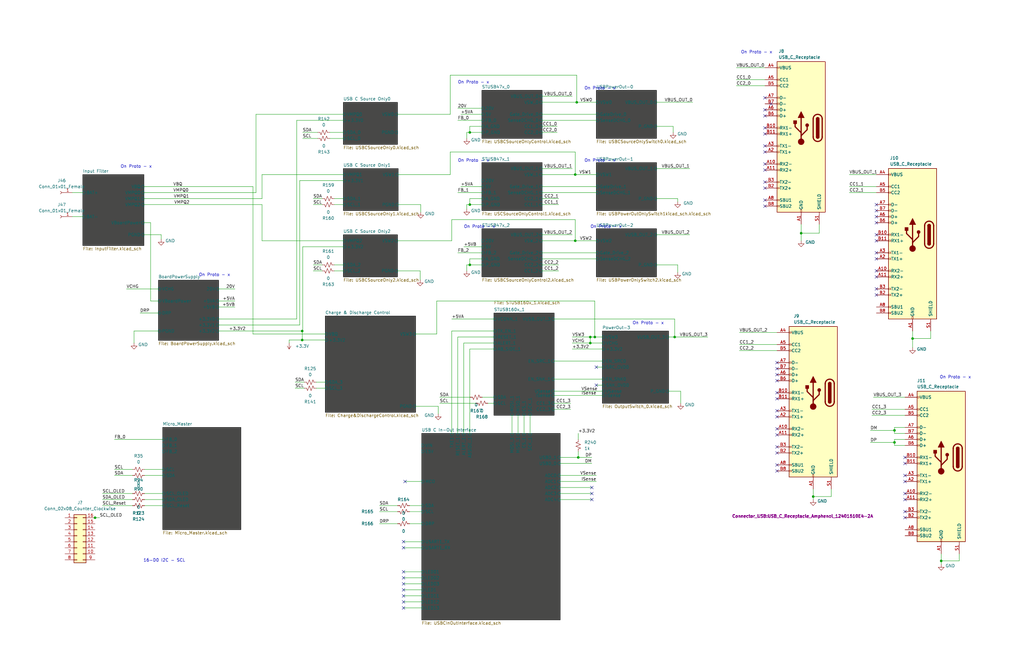
<source format=kicad_sch>
(kicad_sch (version 20211123) (generator eeschema)
  (paper "B")
  (title_block (title "SN-952-A, Charge & Discharge Control") (date "2023-06-28") (rev "PA"))
  (lib_symbols
    (symbol "Connector:Conn_01x01_Female" (pin_names (offset 1.016) hide)
      (property "Reference" "J" (at 0 2.54 0))
      (property "Value" "Conn_01x01_Female" (at 0 -2.54 0))
      (symbol "Conn_01x01_Female_1_1"
        (polyline (pts (xy -1.27 0) (xy -0.508 0)) (stroke (width 0.1524)))
        (arc (start 0 0.508) (mid -0.508 0) (end 0 -0.508) (stroke (width 0.1524)))
        (pin passive line (at -5.08 0 0) (length 3.81) (name "Pin_1") (number "1"))
      )
    )
    (symbol "Connector:USB_C_Receptacle" (pin_names (offset 1.016))
      (property "Reference" "J" (at -10.16 29.21 0))
      (property "Value" "USB_C_Receptacle" (at 10.16 29.21 0))
      (symbol "USB_C_Receptacle_0_0"
        (rectangle (start -0.254 -35.56) (end 0.254 -34.544))
        (rectangle (start 10.16 -32.766) (end 9.144 -33.274))
        (rectangle (start 10.16 -30.226) (end 9.144 -30.734))
        (rectangle (start 10.16 -25.146) (end 9.144 -25.654))
        (rectangle (start 10.16 -22.606) (end 9.144 -23.114))
        (rectangle (start 10.16 -17.526) (end 9.144 -18.034))
        (rectangle (start 10.16 -14.986) (end 9.144 -15.494))
        (rectangle (start 10.16 -9.906) (end 9.144 -10.414))
        (rectangle (start 10.16 -7.366) (end 9.144 -7.874))
        (rectangle (start 10.16 -2.286) (end 9.144 -2.794))
        (rectangle (start 10.16 0.254) (end 9.144 -0.254))
        (rectangle (start 10.16 5.334) (end 9.144 4.826))
        (rectangle (start 10.16 7.874) (end 9.144 7.366))
        (rectangle (start 10.16 10.414) (end 9.144 9.906))
        (rectangle (start 10.16 12.954) (end 9.144 12.446))
        (rectangle (start 10.16 18.034) (end 9.144 17.526))
        (rectangle (start 10.16 20.574) (end 9.144 20.066))
        (rectangle (start 10.16 25.654) (end 9.144 25.146))
      )
      (symbol "USB_C_Receptacle_0_1"
        (rectangle (start -10.16 27.94) (end 10.16 -35.56) (stroke (width 0.254)) (fill (type background)))
        (arc (start -8.89 -3.81) (mid -6.985 -5.715) (end -5.08 -3.81) (stroke (width 0.508)))
        (arc (start -7.62 -3.81) (mid -6.985 -4.445) (end -6.35 -3.81) (stroke (width 0.254)))
        (arc (start -7.62 -3.81) (mid -6.985 -4.445) (end -6.35 -3.81) (stroke (width 0.254)) (fill (type outline)))
        (rectangle (start -7.62 -3.81) (end -6.35 3.81) (stroke (width 0.254)) (fill (type outline)))
        (arc (start -6.35 3.81) (mid -6.985 4.445) (end -7.62 3.81) (stroke (width 0.254)))
        (arc (start -6.35 3.81) (mid -6.985 4.445) (end -7.62 3.81) (stroke (width 0.254)) (fill (type outline)))
        (arc (start -5.08 3.81) (mid -6.985 5.715) (end -8.89 3.81) (stroke (width 0.508)))
        (polyline (pts (xy -8.89 -3.81) (xy -8.89 3.81)) (stroke (width 0.508)))
        (polyline (pts (xy -5.08 3.81) (xy -5.08 -3.81)) (stroke (width 0.508)))
      )
      (symbol "USB_C_Receptacle_1_1"
        (circle (center -2.54 1.143) (radius 0.635) (stroke (width 0.254)) (fill (type outline)))
        (circle (center 0 -5.842) (radius 1.27) (fill (type outline)))
        (polyline (pts (xy 0 -5.842) (xy 0 4.318)) (stroke (width 0.508)))
        (polyline (pts (xy 0 -3.302) (xy -2.54 -0.762) (xy -2.54 0.508)) (stroke (width 0.508)))
        (polyline (pts (xy 0 -2.032) (xy 2.54 0.508) (xy 2.54 1.778)) (stroke (width 0.508)))
        (polyline (pts (xy -1.27 4.318) (xy 0 6.858) (xy 1.27 4.318) (xy -1.27 4.318)) (stroke (width 0.254)) (fill (type outline)))
        (rectangle (start 1.905 1.778) (end 3.175 3.048) (stroke (width 0.254)) (fill (type outline)))
        (pin passive line (at 0 -40.64 90) (length 5.08) (name "GND") (number "A1"))
        (pin bidirectional line (at 15.24 -15.24 180) (length 5.08) (name "RX2-") (number "A10"))
        (pin bidirectional line (at 15.24 -17.78 180) (length 5.08) (name "RX2+") (number "A11"))
        (pin passive line (at 0 -40.64 90) (length 5.08) hide (name "GND") (number "A12"))
        (pin bidirectional line (at 15.24 -10.16 180) (length 5.08) (name "TX1+") (number "A2"))
        (pin bidirectional line (at 15.24 -7.62 180) (length 5.08) (name "TX1-") (number "A3"))
        (pin passive line (at 15.24 25.4 180) (length 5.08) (name "VBUS") (number "A4"))
        (pin bidirectional line (at 15.24 20.32 180) (length 5.08) (name "CC1") (number "A5"))
        (pin bidirectional line (at 15.24 7.62 180) (length 5.08) (name "D+") (number "A6"))
        (pin bidirectional line (at 15.24 12.7 180) (length 5.08) (name "D-") (number "A7"))
        (pin bidirectional line (at 15.24 -30.48 180) (length 5.08) (name "SBU1") (number "A8"))
        (pin passive line (at 15.24 25.4 180) (length 5.08) hide (name "VBUS") (number "A9"))
        (pin passive line (at 0 -40.64 90) (length 5.08) hide (name "GND") (number "B1"))
        (pin bidirectional line (at 15.24 0 180) (length 5.08) (name "RX1-") (number "B10"))
        (pin bidirectional line (at 15.24 -2.54 180) (length 5.08) (name "RX1+") (number "B11"))
        (pin passive line (at 0 -40.64 90) (length 5.08) hide (name "GND") (number "B12"))
        (pin bidirectional line (at 15.24 -25.4 180) (length 5.08) (name "TX2+") (number "B2"))
        (pin bidirectional line (at 15.24 -22.86 180) (length 5.08) (name "TX2-") (number "B3"))
        (pin passive line (at 15.24 25.4 180) (length 5.08) hide (name "VBUS") (number "B4"))
        (pin bidirectional line (at 15.24 17.78 180) (length 5.08) (name "CC2") (number "B5"))
        (pin bidirectional line (at 15.24 5.08 180) (length 5.08) (name "D+") (number "B6"))
        (pin bidirectional line (at 15.24 10.16 180) (length 5.08) (name "D-") (number "B7"))
        (pin bidirectional line (at 15.24 -33.02 180) (length 5.08) (name "SBU2") (number "B8"))
        (pin passive line (at 15.24 25.4 180) (length 5.08) hide (name "VBUS") (number "B9"))
        (pin passive line (at -7.62 -40.64 90) (length 5.08) (name "SHIELD") (number "S1"))
      )
    )
    (symbol "Connector_Generic:Conn_02x08_Counter_Clockwise" (pin_names (offset 1.016) hide)
      (property "Reference" "J" (at 1.27 10.16 0))
      (property "Value" "Conn_02x08_Counter_Clockwise" (at 1.27 -12.7 0))
      (symbol "Conn_02x08_Counter_Clockwise_1_1"
        (rectangle (start -1.27 -10.033) (end 0 -10.287) (stroke (width 0.1524)))
        (rectangle (start -1.27 -7.493) (end 0 -7.747) (stroke (width 0.1524)))
        (rectangle (start -1.27 -4.953) (end 0 -5.207) (stroke (width 0.1524)))
        (rectangle (start -1.27 -2.413) (end 0 -2.667) (stroke (width 0.1524)))
        (rectangle (start -1.27 0.127) (end 0 -0.127) (stroke (width 0.1524)))
        (rectangle (start -1.27 2.667) (end 0 2.413) (stroke (width 0.1524)))
        (rectangle (start -1.27 5.207) (end 0 4.953) (stroke (width 0.1524)))
        (rectangle (start -1.27 7.747) (end 0 7.493) (stroke (width 0.1524)))
        (rectangle (start -1.27 8.89) (end 3.81 -11.43) (stroke (width 0.254)) (fill (type background)))
        (rectangle (start 3.81 -10.033) (end 2.54 -10.287) (stroke (width 0.1524)))
        (rectangle (start 3.81 -7.493) (end 2.54 -7.747) (stroke (width 0.1524)))
        (rectangle (start 3.81 -4.953) (end 2.54 -5.207) (stroke (width 0.1524)))
        (rectangle (start 3.81 -2.413) (end 2.54 -2.667) (stroke (width 0.1524)))
        (rectangle (start 3.81 0.127) (end 2.54 -0.127) (stroke (width 0.1524)))
        (rectangle (start 3.81 2.667) (end 2.54 2.413) (stroke (width 0.1524)))
        (rectangle (start 3.81 5.207) (end 2.54 4.953) (stroke (width 0.1524)))
        (rectangle (start 3.81 7.747) (end 2.54 7.493) (stroke (width 0.1524)))
        (pin passive line (at -5.08 7.62 0) (length 3.81) (name "Pin_1") (number "1"))
        (pin passive line (at 7.62 -7.62 180) (length 3.81) (name "Pin_10") (number "10"))
        (pin passive line (at 7.62 -5.08 180) (length 3.81) (name "Pin_11") (number "11"))
        (pin passive line (at 7.62 -2.54 180) (length 3.81) (name "Pin_12") (number "12"))
        (pin passive line (at 7.62 0 180) (length 3.81) (name "Pin_13") (number "13"))
        (pin passive line (at 7.62 2.54 180) (length 3.81) (name "Pin_14") (number "14"))
        (pin passive line (at 7.62 5.08 180) (length 3.81) (name "Pin_15") (number "15"))
        (pin passive line (at 7.62 7.62 180) (length 3.81) (name "Pin_16") (number "16"))
        (pin passive line (at -5.08 5.08 0) (length 3.81) (name "Pin_2") (number "2"))
        (pin passive line (at -5.08 2.54 0) (length 3.81) (name "Pin_3") (number "3"))
        (pin passive line (at -5.08 0 0) (length 3.81) (name "Pin_4") (number "4"))
        (pin passive line (at -5.08 -2.54 0) (length 3.81) (name "Pin_5") (number "5"))
        (pin passive line (at -5.08 -5.08 0) (length 3.81) (name "Pin_6") (number "6"))
        (pin passive line (at -5.08 -7.62 0) (length 3.81) (name "Pin_7") (number "7"))
        (pin passive line (at -5.08 -10.16 0) (length 3.81) (name "Pin_8") (number "8"))
        (pin passive line (at 7.62 -10.16 180) (length 3.81) (name "Pin_9") (number "9"))
      )
    )
    (symbol "Device:R_Small_US" (pin_numbers hide) (pin_names (offset 0.254) hide)
      (property "Reference" "R" (at 0.762 0.508 0))
      (property "Value" "R_Small_US" (at 0.762 -1.016 0))
      (symbol "R_Small_US_1_1"
        (polyline (pts (xy 0 0) (xy 1.016 -0.381) (xy 0 -0.762) (xy -1.016 -1.143) (xy 0 -1.524)))
        (polyline (pts (xy 0 1.524) (xy 1.016 1.143) (xy 0 0.762) (xy -1.016 0.381) (xy 0 0)))
        (pin passive line (at 0 2.54 270) (length 1.016) (name "~") (number "1"))
        (pin passive line (at 0 -2.54 90) (length 1.016) (name "~") (number "2"))
      )
    )
    (symbol "power:+3.3V" (power) (pin_names (offset 0))
      (property "Value" "+3.3V" (at 0 3.556 0))
      (symbol "+3.3V_0_1"
        (polyline (pts (xy -0.762 1.27) (xy 0 2.54)))
        (polyline (pts (xy 0 0) (xy 0 2.54)))
        (polyline (pts (xy 0 2.54) (xy 0.762 1.27)))
      )
      (symbol "+3.3V_1_1"
        (pin power_in line (at 0 0 90) (length 0) hide (name "+3.3V") (number "1"))
      )
    )
    (symbol "power:GND" (power) (pin_names (offset 0))
      (property "Value" "GND" (at 0 -3.81 0))
      (symbol "GND_0_1"
        (polyline (pts (xy 0 0) (xy 0 -1.27) (xy 1.27 -1.27) (xy 0 -2.54) (xy -1.27 -1.27) (xy 0 -1.27)))
      )
      (symbol "GND_1_1"
        (pin power_in line (at 0 0 270) (length 0) hide (name "GND") (number "1"))
      )
    )
  )
  (junction (at 40.0812 218.4654))
  (junction (at 243.205 43.18))
  (junction (at 284.48 142.24))
  (junction (at 243.84 193.04))
  (junction (at 127.4283 139.7))
  (junction (at 337.82 98.425))
  (junction (at 377.19 181.61))
  (junction (at 250.825 142.24))
  (junction (at 198.12 55.88))
  (junction (at 127.4283 143.51))
  (junction (at 198.12 86.36))
  (junction (at 248.92 142.24))
  (junction (at 242.57 73.66))
  (junction (at 242.57 101.6))
  (junction (at 377.19 186.69))
  (junction (at 384.81 142.875))
  (junction (at 198.12 111.76))
  (junction (at 396.875 236.7063))
  (junction (at 342.9 209.55))
  (junction (at 248.92 144.78))
  (no_connect (at 170.18 248.92))
  (no_connect (at 170.18 251.46))
  (no_connect (at 170.18 254))
  (no_connect (at 170.18 256.54))
  (no_connect (at 170.18 246.38))
  (no_connect (at 170.18 241.3))
  (no_connect (at 170.18 243.84))
  (no_connect (at 327.66 155.575))
  (no_connect (at 251.46 162.56))
  (no_connect (at 251.46 154.94))
  (no_connect (at 322.58 53.975))
  (no_connect (at 322.58 61.595))
  (no_connect (at 322.58 56.515))
  (no_connect (at 322.58 64.135))
  (no_connect (at 322.58 41.275))
  (no_connect (at 325.12 43.815))
  (no_connect (at 322.58 46.355))
  (no_connect (at 322.58 48.895))
  (no_connect (at 322.58 69.215))
  (no_connect (at 322.58 71.755))
  (no_connect (at 322.58 76.835))
  (no_connect (at 322.58 79.375))
  (no_connect (at 381.635 208.28))
  (no_connect (at 381.635 210.82))
  (no_connect (at 381.635 215.9))
  (no_connect (at 381.635 218.44))
  (no_connect (at 381.635 193.04))
  (no_connect (at 381.635 195.58))
  (no_connect (at 381.635 200.66))
  (no_connect (at 381.635 203.2))
  (no_connect (at 369.57 109.22))
  (no_connect (at 369.57 99.06))
  (no_connect (at 369.57 106.68))
  (no_connect (at 369.57 101.6))
  (no_connect (at 369.57 124.46))
  (no_connect (at 369.57 121.92))
  (no_connect (at 369.57 114.3))
  (no_connect (at 369.57 116.84))
  (no_connect (at 369.57 93.98))
  (no_connect (at 369.57 88.9))
  (no_connect (at 369.57 86.36))
  (no_connect (at 369.57 91.44))
  (no_connect (at 327.66 188.595))
  (no_connect (at 327.66 191.135))
  (no_connect (at 327.66 183.515))
  (no_connect (at 327.66 175.895))
  (no_connect (at 327.66 180.975))
  (no_connect (at 327.66 173.355))
  (no_connect (at 327.66 168.275))
  (no_connect (at 327.66 165.735))
  (no_connect (at 322.58 86.995))
  (no_connect (at 322.58 84.455))
  (no_connect (at 327.66 196.215))
  (no_connect (at 327.66 198.755))
  (no_connect (at 170.18 228.6))
  (no_connect (at 327.66 158.115))
  (no_connect (at 170.18 231.14))
  (no_connect (at 327.66 153.035))
  (no_connect (at 327.66 160.655))
  (no_connect (at 170.815 203.2))
  (no_connect (at 249.555 205.74))
  (no_connect (at 249.555 210.82))
  (no_connect (at 249.555 208.28))
  (wire (pts (xy 233.68 170.18) (xy 240.665 170.18)))
  (wire (pts (xy 381.635 187.96) (xy 377.19 187.96)))
  (wire (pts (xy 248.92 144.78) (xy 254 144.78)))
  (wire (pts (xy 248.92 142.24) (xy 250.825 142.24)))
  (wire (pts (xy 43.18 210.82) (xy 55.88 210.82)))
  (wire (pts (xy 127.635 58.42) (xy 134.021 58.42)))
  (wire (pts (xy 193.04 45.72) (xy 203.2 45.72)))
  (wire (pts (xy 233.68 172.72) (xy 240.665 172.72)))
  (wire (pts (xy 92.202 137.16) (xy 126.365 137.16)))
  (wire (pts (xy 170.18 251.46) (xy 177.8 251.46)))
  (wire (pts (xy 342.9 209.55) (xy 342.9 206.375)))
  (wire (pts (xy 139.065 55.88) (xy 144.78 55.88)))
  (wire (pts (xy 290.83 99.06) (xy 276.86 99.06)))
  (wire (pts (xy 198.12 55.88) (xy 196.85 55.88)))
  (wire (pts (xy 292.1 43.18) (xy 276.86 43.18)))
  (wire (pts (xy 392.43 142.875) (xy 384.81 142.875)))
  (wire (pts (xy 189.865 31.75) (xy 243.205 31.75)))
  (wire (pts (xy 170.18 248.92) (xy 177.8 248.92)))
  (wire (pts (xy 198.12 147.32) (xy 208.28 147.32)))
  (wire (pts (xy 228.6 109.22) (xy 251.46 109.22)))
  (wire (pts (xy 249.555 205.74) (xy 236.22 205.74)))
  (wire (pts (xy 189.865 64.135) (xy 242.57 64.135)))
  (wire (pts (xy 137.16 140.97) (xy 106.68 140.97)))
  (wire (pts (xy 60.706 93.98) (xy 63.5 93.98)))
  (wire (pts (xy 228.6 73.66) (xy 242.57 73.66)))
  (wire (pts (xy 367.665 172.72) (xy 381.635 172.72)))
  (wire (pts (xy 53.34 121.92) (xy 66.802 121.92)))
  (wire (pts (xy 110.49 73.66) (xy 110.49 83.82)))
  (wire (pts (xy 194.31 48.26) (xy 203.2 48.26)))
  (wire (pts (xy 203.2 55.88) (xy 198.12 55.88)))
  (wire (pts (xy 243.84 190.5) (xy 243.84 193.04)))
  (wire (pts (xy 284.48 142.24) (xy 284.48 134.62)))
  (wire (pts (xy 170.18 228.6) (xy 177.8 228.6)))
  (wire (pts (xy 350.52 206.375) (xy 350.52 209.55)))
  (wire (pts (xy 48.26 185.42) (xy 68.58 185.42)))
  (wire (pts (xy 276.86 111.76) (xy 285.75 111.76)))
  (wire (pts (xy 177.8 241.3) (xy 170.18 241.3)))
  (wire (pts (xy 125.095 50.8) (xy 125.095 134.62)))
  (wire (pts (xy 243.205 31.75) (xy 243.205 43.18)))
  (wire (pts (xy 137.16 143.51) (xy 127.4283 143.51)))
  (wire (pts (xy 342.9 210.82) (xy 342.9 209.55)))
  (wire (pts (xy 208.28 142.24) (xy 193.04 142.24)))
  (wire (pts (xy 63.5 127) (xy 66.802 127)))
  (wire (pts (xy 281.94 165.1) (xy 287.02 165.1)))
  (wire (pts (xy 106.68 78.74) (xy 60.706 78.74)))
  (wire (pts (xy 195.58 144.78) (xy 208.28 144.78)))
  (wire (pts (xy 285.75 111.76) (xy 285.75 114.935)))
  (wire (pts (xy 377.19 181.61) (xy 367.03 181.61)))
  (wire (pts (xy 228.6 101.6) (xy 242.57 101.6)))
  (wire (pts (xy 139.101 58.42) (xy 144.78 58.42)))
  (wire (pts (xy 190.5 92.71) (xy 242.57 92.71)))
  (wire (pts (xy 377.19 187.96) (xy 377.19 186.69)))
  (wire (pts (xy 251.46 154.94) (xy 254 154.94)))
  (wire (pts (xy 377.19 186.69) (xy 367.03 186.69)))
  (wire (pts (xy 284.48 134.62) (xy 233.68 134.62)))
  (wire (pts (xy 203.2 86.36) (xy 198.12 86.36)))
  (wire (pts (xy 170.18 246.38) (xy 177.8 246.38)))
  (wire (pts (xy 384.81 142.875) (xy 384.81 139.7)))
  (wire (pts (xy 228.6 81.28) (xy 251.46 81.28)))
  (wire (pts (xy 218.44 175.26) (xy 218.44 182.88)))
  (wire (pts (xy 250.825 142.24) (xy 254 142.24)))
  (wire (pts (xy 228.6 78.74) (xy 251.46 78.74)))
  (wire (pts (xy 110.49 101.6) (xy 144.78 101.6)))
  (wire (pts (xy 285.75 83.82) (xy 285.75 85.09)))
  (wire (pts (xy 228.6 48.26) (xy 251.46 48.26)))
  (wire (pts (xy 228.6 86.36) (xy 235.585 86.36)))
  (wire (pts (xy 311.785 147.955) (xy 327.66 147.955)))
  (wire (pts (xy 193.04 106.68) (xy 203.2 106.68)))
  (wire (pts (xy 132.08 86.36) (xy 135.89 86.36)))
  (wire (pts (xy 167.64 48.26) (xy 189.865 48.26)))
  (wire (pts (xy 236.22 195.58) (xy 249.555 195.58)))
  (wire (pts (xy 228.6 50.8) (xy 251.46 50.8)))
  (wire (pts (xy 228.6 99.06) (xy 241.3 99.06)))
  (wire (pts (xy 228.6 53.34) (xy 234.95 53.34)))
  (wire (pts (xy 133.35 163.83) (xy 137.16 163.83)))
  (wire (pts (xy 228.6 43.18) (xy 243.205 43.18)))
  (wire (pts (xy 121.92 143.51) (xy 127.4283 143.51)))
  (wire (pts (xy 384.81 146.685) (xy 384.81 142.875)))
  (wire (pts (xy 233.68 166.8588) (xy 254 166.8588)))
  (wire (pts (xy 350.52 209.55) (xy 342.9 209.55)))
  (wire (pts (xy 228.6 114.3) (xy 235.585 114.3)))
  (wire (pts (xy 381.635 185.42) (xy 377.19 185.42)))
  (wire (pts (xy 198.12 182.88) (xy 198.12 147.32)))
  (wire (pts (xy 127.4283 139.7) (xy 127.635 139.7)))
  (wire (pts (xy 196.85 111.76) (xy 196.85 114.3)))
  (wire (pts (xy 243.84 182.88) (xy 243.84 185.42)))
  (wire (pts (xy 233.68 152.4) (xy 254 152.4)))
  (wire (pts (xy 189.865 73.66) (xy 189.865 64.135)))
  (wire (pts (xy 177.165 114.3) (xy 177.165 118.11)))
  (wire (pts (xy 396.875 238.125) (xy 396.875 236.7063)))
  (wire (pts (xy 196.85 86.36) (xy 196.85 88.265)))
  (wire (pts (xy 367.665 175.26) (xy 381.635 175.26)))
  (wire (pts (xy 170.815 203.2) (xy 177.8 203.2)))
  (wire (pts (xy 107.95 48.26) (xy 144.78 48.26)))
  (wire (pts (xy 160.02 220.98) (xy 167.64 220.98)))
  (wire (pts (xy 251.46 162.56) (xy 254 162.56)))
  (wire (pts (xy 311.785 140.335) (xy 327.66 140.335)))
  (wire (pts (xy 177.419 86.36) (xy 177.419 89.535)))
  (wire (pts (xy 404.495 233.68) (xy 404.495 236.7063)))
  (wire (pts (xy 251.46 101.6) (xy 242.57 101.6)))
  (wire (pts (xy 140.97 83.82) (xy 144.78 83.82)))
  (wire (pts (xy 140.97 111.76) (xy 144.78 111.76)))
  (wire (pts (xy 144.78 104.14) (xy 127.635 104.14)))
  (wire (pts (xy 92.202 134.62) (xy 125.095 134.62)))
  (wire (pts (xy 126.365 76.2) (xy 144.78 76.2)))
  (wire (pts (xy 185.42 167.64) (xy 198.2577 167.64)))
  (wire (pts (xy 170.18 231.14) (xy 177.8 231.14)))
  (wire (pts (xy 133.35 161.29) (xy 137.16 161.29)))
  (wire (pts (xy 203.2 111.76) (xy 198.12 111.76)))
  (wire (pts (xy 106.68 140.97) (xy 106.68 78.74)))
  (wire (pts (xy 60.96 208.28) (xy 68.58 208.28)))
  (wire (pts (xy 248.92 144.78) (xy 248.92 142.24)))
  (wire (pts (xy 59.055 132.08) (xy 66.802 132.08)))
  (wire (pts (xy 310.515 36.195) (xy 322.58 36.195)))
  (wire (pts (xy 242.57 64.135) (xy 242.57 73.66)))
  (wire (pts (xy 43.18 213.36) (xy 55.88 213.36)))
  (wire (pts (xy 377.19 180.34) (xy 377.19 181.61)))
  (wire (pts (xy 198.12 111.76) (xy 196.85 111.76)))
  (wire (pts (xy 40.132 218.44) (xy 42.037 218.44)))
  (wire (pts (xy 167.894 86.36) (xy 177.419 86.36)))
  (wire (pts (xy 172.72 220.98) (xy 177.8 220.98)))
  (wire (pts (xy 358.14 81.28) (xy 369.57 81.28)))
  (wire (pts (xy 56.515 139.7) (xy 56.515 144.78)))
  (wire (pts (xy 223.52 175.26) (xy 223.52 182.88)))
  (wire (pts (xy 377.19 182.88) (xy 377.19 181.61)))
  (wire (pts (xy 281.94 142.24) (xy 284.48 142.24)))
  (wire (pts (xy 283.845 53.34) (xy 283.845 55.88)))
  (wire (pts (xy 228.6 40.64) (xy 241.3 40.64)))
  (wire (pts (xy 184.15 140.97) (xy 184.15 127)))
  (wire (pts (xy 233.68 165.1) (xy 254 165.1)))
  (wire (pts (xy 236.22 203.2) (xy 251.46 203.2)))
  (wire (pts (xy 60.96 198.12) (xy 68.58 198.12)))
  (wire (pts (xy 190.5 182.88) (xy 190.5 139.7)))
  (wire (pts (xy 60.96 200.66) (xy 68.58 200.66)))
  (wire (pts (xy 110.49 86.36) (xy 110.49 101.6)))
  (wire (pts (xy 276.86 83.82) (xy 285.75 83.82)))
  (wire (pts (xy 198.12 109.22) (xy 198.12 111.76)))
  (wire (pts (xy 66.802 139.7) (xy 56.515 139.7)))
  (wire (pts (xy 228.6 71.12) (xy 241.3 71.12)))
  (wire (pts (xy 198.12 53.34) (xy 198.12 55.88)))
  (wire (pts (xy 135.89 83.82) (xy 132.08 83.82)))
  (wire (pts (xy 242.57 73.66) (xy 251.46 73.66)))
  (wire (pts (xy 128.27 161.29) (xy 124.46 161.29)))
  (wire (pts (xy 358.14 73.66) (xy 369.57 73.66)))
  (wire (pts (xy 228.6 106.68) (xy 251.46 106.68)))
  (wire (pts (xy 233.68 160.02) (xy 254 160.02)))
  (wire (pts (xy 160.02 213.36) (xy 167.64 213.36)))
  (wire (pts (xy 345.44 98.425) (xy 337.82 98.425)))
  (wire (pts (xy 241.3 142.24) (xy 248.92 142.24)))
  (wire (pts (xy 228.6 55.88) (xy 234.95 55.88)))
  (wire (pts (xy 184.785 171.45) (xy 184.785 174.625)))
  (wire (pts (xy 287.02 165.1) (xy 287.02 170.18)))
  (wire (pts (xy 170.18 243.84) (xy 177.8 243.84)))
  (wire (pts (xy 30.48 81.28) (xy 34.925 81.28)))
  (wire (pts (xy 175.26 171.45) (xy 184.785 171.45)))
  (wire (pts (xy 172.72 215.9) (xy 177.8 215.9)))
  (wire (pts (xy 404.495 236.7063) (xy 396.875 236.7063)))
  (wire (pts (xy 249.555 208.28) (xy 236.22 208.28)))
  (wire (pts (xy 194.31 78.74) (xy 203.2 78.74)))
  (wire (pts (xy 144.78 50.8) (xy 125.095 50.8)))
  (wire (pts (xy 189.865 48.26) (xy 189.865 31.75)))
  (wire (pts (xy 60.706 86.36) (xy 110.49 86.36)))
  (wire (pts (xy 203.3377 167.64) (xy 208.28 167.64)))
  (wire (pts (xy 195.58 182.88) (xy 195.58 144.78)))
  (wire (pts (xy 167.894 73.66) (xy 189.865 73.66)))
  (wire (pts (xy 60.96 213.36) (xy 68.58 213.36)))
  (wire (pts (xy 127.635 55.88) (xy 133.985 55.88)))
  (wire (pts (xy 110.49 83.82) (xy 60.706 83.82)))
  (wire (pts (xy 92.202 127) (xy 99.06 127)))
  (wire (pts (xy 167.64 101.6) (xy 190.5 101.6)))
  (wire (pts (xy 396.875 236.7063) (xy 396.875 233.68)))
  (wire (pts (xy 381.635 180.34) (xy 377.19 180.34)))
  (wire (pts (xy 193.04 142.24) (xy 193.04 182.88)))
  (wire (pts (xy 242.57 92.71) (xy 242.57 101.6)))
  (wire (pts (xy 205.74 170.18) (xy 208.28 170.18)))
  (wire (pts (xy 63.5 93.98) (xy 63.5 127)))
  (wire (pts (xy 92.202 129.54) (xy 99.06 129.54)))
  (wire (pts (xy 132.08 114.3) (xy 135.89 114.3)))
  (wire (pts (xy 290.83 71.12) (xy 276.86 71.12)))
  (wire (pts (xy 144.78 73.66) (xy 110.49 73.66)))
  (wire (pts (xy 377.19 185.42) (xy 377.19 186.69)))
  (wire (pts (xy 310.515 33.655) (xy 322.58 33.655)))
  (wire (pts (xy 48.26 198.12) (xy 55.88 198.12)))
  (wire (pts (xy 190.5 139.7) (xy 208.28 139.7)))
  (wire (pts (xy 228.6 111.76) (xy 235.585 111.76)))
  (wire (pts (xy 124.46 163.83) (xy 128.27 163.83)))
  (wire (pts (xy 215.9 175.26) (xy 215.9 182.88)))
  (wire (pts (xy 236.22 193.04) (xy 243.84 193.04)))
  (wire (pts (xy 126.365 137.16) (xy 126.365 76.2)))
  (wire (pts (xy 196.85 55.88) (xy 196.85 58.42)))
  (wire (pts (xy 170.18 254) (xy 177.8 254)))
  (wire (pts (xy 127.635 104.14) (xy 127.635 139.7)))
  (wire (pts (xy 172.72 213.36) (xy 177.8 213.36)))
  (wire (pts (xy 311.785 145.415) (xy 327.66 145.415)))
  (wire (pts (xy 92.202 121.92) (xy 99.06 121.92)))
  (wire (pts (xy 236.22 200.66) (xy 251.46 200.66)))
  (wire (pts (xy 358.14 78.74) (xy 369.57 78.74)))
  (wire (pts (xy 43.18 208.28) (xy 55.88 208.28)))
  (wire (pts (xy 203.2 53.34) (xy 198.12 53.34)))
  (wire (pts (xy 60.706 81.28) (xy 107.95 81.28)))
  (wire (pts (xy 184.15 127) (xy 250.825 127)))
  (wire (pts (xy 198.12 83.82) (xy 198.12 86.36)))
  (wire (pts (xy 392.43 139.7) (xy 392.43 142.875)))
  (wire (pts (xy 135.89 111.76) (xy 132.08 111.76)))
  (wire (pts (xy 48.26 200.66) (xy 55.88 200.66)))
  (wire (pts (xy 284.48 142.24) (xy 298.45 142.24)))
  (wire (pts (xy 167.64 114.3) (xy 177.165 114.3)))
  (wire (pts (xy 67.945 99.06) (xy 67.945 100.965)))
  (wire (pts (xy 140.97 86.36) (xy 144.78 86.36)))
  (wire (pts (xy 127.4283 143.51) (xy 127.4283 139.7)))
  (wire (pts (xy 250.825 127) (xy 250.825 142.24)))
  (wire (pts (xy 160.02 215.9) (xy 167.64 215.9)))
  (wire (pts (xy 248.92 144.78) (xy 241.3 144.78)))
  (wire (pts (xy 243.205 43.18) (xy 251.46 43.18)))
  (wire (pts (xy 193.04 81.28) (xy 203.2 81.28)))
  (wire (pts (xy 368.3 167.64) (xy 381.635 167.64)))
  (wire (pts (xy 249.555 210.82) (xy 236.22 210.82)))
  (wire (pts (xy 337.82 101.6) (xy 337.82 98.425)))
  (wire (pts (xy 190.5 101.6) (xy 190.5 92.71)))
  (wire (pts (xy 185.42 170.18) (xy 200.66 170.18)))
  (wire (pts (xy 220.98 175.26) (xy 220.98 182.88)))
  (wire (pts (xy 337.82 98.425) (xy 337.82 94.615)))
  (wire (pts (xy 276.86 53.34) (xy 283.845 53.34)))
  (wire (pts (xy 193.04 50.8) (xy 203.2 50.8)))
  (wire (pts (xy 30.48 91.44) (xy 34.925 91.44)))
  (wire (pts (xy 140.97 114.3) (xy 144.78 114.3)))
  (wire (pts (xy 107.95 81.28) (xy 107.95 48.26)))
  (wire (pts (xy 241.3 147.32) (xy 254 147.32)))
  (wire (pts (xy 198.12 86.36) (xy 196.85 86.36)))
  (wire (pts (xy 203.2 83.82) (xy 198.12 83.82)))
  (wire (pts (xy 228.6 83.82) (xy 235.585 83.82)))
  (wire (pts (xy 310.515 28.575) (xy 322.58 28.575)))
  (wire (pts (xy 60.96 210.82) (xy 68.58 210.82)))
  (wire (pts (xy 177.8 256.54) (xy 170.18 256.54)))
  (wire (pts (xy 190.5 134.62) (xy 208.28 134.62)))
  (wire (pts (xy 345.44 94.615) (xy 345.44 98.425)))
  (wire (pts (xy 60.706 99.06) (xy 67.945 99.06)))
  (wire (pts (xy 203.2 109.22) (xy 198.12 109.22)))
  (wire (pts (xy 92.202 139.7) (xy 127.4283 139.7)))
  (wire (pts (xy 175.26 140.97) (xy 184.15 140.97)))
  (wire (pts (xy 243.84 193.04) (xy 249.555 193.04)))
  (wire (pts (xy 381.635 182.88) (xy 377.19 182.88)))
  (wire (pts (xy 121.92 144.78) (xy 121.92 143.51)))
  (wire (pts (xy 195.58 104.14) (xy 203.2 104.14)))
  (text "On Proto - x\n" (at 193.04 35.56 0) (effects (font (size 1.27 1.27)) (justify left bottom)))
  (text "On Proto - x\n" (at 248.92 96.52 0) (effects (font (size 1.27 1.27)) (justify left bottom)))
  (text "On Proto - x\n" (at 83.82 116.84 0) (effects (font (size 1.27 1.27)) (justify left bottom)))
  (text "On Proto - x\n" (at 246.38 68.58 0) (effects (font (size 1.27 1.27)) (justify left bottom)))
  (text "On Proto - x\n" (at 193.04 68.58 0) (effects (font (size 1.27 1.27)) (justify left bottom)))
  (text "On Proto - x\n" (at 195.58 96.52 0) (effects (font (size 1.27 1.27)) (justify left bottom)))
  (text "On Proto - x\n" (at 50.8 71.12 0) (effects (font (size 1.27 1.27)) (justify left bottom)))
  (text "On Proto - x\n" (at 266.7 137.16 0) (effects (font (size 1.27 1.27)) (justify left bottom)))
  (text "On Proto - x\n" (at 246.38 38.1 0) (effects (font (size 1.27 1.27)) (justify left bottom)))
  (text "On Proto - x\n" (at 312.42 22.86 0) (effects (font (size 1.27 1.27)) (justify left bottom)))
  (text "On Proto - x\n" (at 396.24 160.02 0) (effects (font (size 1.27 1.27)) (justify left bottom)))
  (text "16-D0 I2C - SCL" (at 60.4266 237.3376 0) (effects (font (size 1.27 1.27)) (justify left bottom)))
  (label "CC1_1" (at 358.14 78.74 0))
  (label "VMPQ1" (at 73.2283 83.82 0))
  (label "VCHG" (at 53.34 121.92 0))
  (label "VCHG" (at 241.3 144.78 0))
  (label "ISense" (at 251.46 203.2 180))
  (label "CC2_3" (at 240.665 172.72 180))
  (label "VSW1" (at 244.2136 73.66 0))
  (label "SCL" (at 48.26 198.12 0))
  (label "CC2_2" (at 311.785 147.955 0))
  (label "VSW2" (at 244.475 101.6 0))
  (label "ISense" (at 245.11 166.8588 0))
  (label "DP" (at 249.555 193.04 180))
  (label "SDA" (at 185.42 167.64 0))
  (label "CC1_0" (at 310.515 33.655 0))
  (label "VSense" (at 245.11 165.1 0))
  (label "VBUS_OUT_2" (at 241.3 99.06 180))
  (label "SDA" (at 48.26 200.66 0))
  (label "CC1_2" (at 311.785 145.415 0))
  (label "VBQ" (at 73.025 78.74 0))
  (label "CC1_0" (at 234.95 53.34 180))
  (label "VSW0" (at 244.6184 43.18 0))
  (label "SCL" (at 132.08 114.3 0))
  (label "DRP" (at 160.02 220.98 0))
  (label "+5VA" (at 99.06 127 180))
  (label "FB_0" (at 48.26 185.42 0))
  (label "DRP" (at 59.055 132.08 0))
  (label "SCL" (at 185.42 170.18 0))
  (label "CC2_0" (at 234.95 55.88 180))
  (label "SCL" (at 132.08 86.36 0))
  (label "CC2_1" (at 235.585 83.82 180))
  (label "+3.3V2" (at 96.52 139.7 0))
  (label "VBUS_OUT_1" (at 358.14 73.66 0))
  (label "CC2_0" (at 310.515 36.195 0))
  (label "CC1_3" (at 367.665 172.72 0))
  (label "VMPQ2" (at 73.4202 86.36 0))
  (label "+5VB" (at 195.58 104.14 0))
  (label "VBUS_OUT_2" (at 290.83 99.06 180))
  (label "VBUS_OUT_1" (at 290.83 71.12 180))
  (label "VSW3" (at 241.3 142.24 0))
  (label "SDA_OLED" (at 43.18 210.82 0))
  (label "VBUS_OUT_3" (at 298.45 142.24 180))
  (label "CC2_2" (at 235.585 111.76 180))
  (label "+3.3V2" (at 241.3 147.32 0))
  (label "VBUS_OUT_0" (at 310.515 28.575 0))
  (label "VBUS_OUT_3" (at 368.3 167.64 0))
  (label "SCL" (at 160.02 215.9 0))
  (label "DM" (at 249.555 195.58 180))
  (label "SDA" (at 132.08 111.76 0))
  (label "FB_0" (at 193.04 50.8 0))
  (label "SCL_OLED" (at 43.18 208.28 0))
  (label "CC2_1" (at 358.14 81.28 0))
  (label "DP" (at 367.03 186.69 0))
  (label "SDA" (at 160.02 213.36 0))
  (label "VSense" (at 251.46 200.66 180))
  (label "FB_1" (at 193.04 81.28 0))
  (label "VBUS_OUT_2" (at 311.785 140.335 0))
  (label "+3.3V2" (at 243.84 182.88 0))
  (label "DM" (at 367.03 181.61 0))
  (label "VBUS_OUT_1" (at 241.3 71.12 180))
  (label "SCL_OLED" (at 42.037 218.44 0))
  (label "VBUS_OUT_0" (at 241.3 40.64 180))
  (label "SCL_Reset" (at 43.18 213.36 0))
  (label "SCL" (at 124.46 163.83 0))
  (label "SCL" (at 127.635 58.42 0))
  (label "FB_2" (at 193.04 106.68 0))
  (label "SDA" (at 127.635 55.88 0))
  (label "SDA" (at 132.08 83.82 0))
  (label "CC1_2" (at 235.585 114.3 180))
  (label "CC1_3" (at 240.665 170.18 180))
  (label "20V" (at 99.06 121.92 180))
  (label "20V" (at 193.04 45.72 0))
  (label "+5VA" (at 194.31 78.74 0))
  (label "+5VA" (at 194.31 48.26 0))
  (label "+5VA" (at 190.5 134.62 0))
  (label "CC1_1" (at 235.585 86.36 180))
  (label "VBUS_OUT_0" (at 292.1 43.18 180))
  (label "+5VB" (at 99.06 129.54 180))
  (label "VMPQ0" (at 73.025 81.28 0))
  (label "CC2_3" (at 367.665 175.26 0))
  (label "SDA" (at 124.46 161.29 0))
  (symbol (lib_id "Device:R_Small_US") (at 58.42 208.28 90) (unit 1)
    (property "Reference" "R94" (at 58.42 202.565 90))
    (property "Value" "0" (at 58.42 205.105 90))
    (property "Footprint" "Resistor_SMD:R_0402_1005Metric" (effects hide))
    (property "MANUFACTURER" "YAGEO" (effects hide))
    (property "Part Name" "RC0402JR-130RL" (effects hide))
  )
  (symbol (lib_id "Device:R_Small_US") (at 136.525 55.88 270) (mirror x) (unit 1)
    (property "Reference" "R142" (at 136.525 50.165 90))
    (property "Value" "0" (at 136.525 52.705 90))
    (property "Footprint" "Resistor_SMD:R_0402_1005Metric" (effects hide))
    (property "MANUFACTURER" "YAGEO" (effects hide))
    (property "Part Name" "RC0402JR-130RL" (effects hide))
  )
  (symbol (lib_id "Device:R_Small_US") (at 200.7977 167.64 90) (mirror x) (unit 1)
    (property "Reference" "R167" (at 200.7977 173.355 90))
    (property "Value" "0" (at 200.7977 170.815 90))
    (property "Footprint" "Resistor_SMD:R_0402_1005Metric" (effects hide))
    (property "MANUFACTURER" "YAGEO" (effects hide))
    (property "Part Name" "RC0402JR-130RL" (effects hide))
  )
  (symbol (lib_id "Connector:Conn_01x01_Female") (at 25.4 81.28 0) (mirror y) (unit 1)
    (property "Reference" "J46" (at 26.035 76.2 0))
    (property "Value" "Conn_01x01_Female" (at 26.035 78.74 0))
    (property "Footprint" "TerminalBlock_Wuerth:7461106_WuerthTB" (effects hide))
  )
  (symbol (lib_id "Connector_Generic:Conn_02x08_Counter_Clockwise") (at 32.4612 226.0854 0) (unit 1)
    (property "Reference" "J?" (at 33.7312 212.1154 0))
    (property "Value" "Conn_02x08_Counter_Clockwise" (at 33.7312 214.6554 0))
    (property "Footprint" "Connector_Samtec:Samtec_FMC_ASP-134602-01_10x40_P1.27mm_Vertical" (effects hide))
  )
  (symbol (lib_id "Device:R_Small_US") (at 138.43 111.76 270) (mirror x) (unit 1)
    (property "Reference" "R161" (at 138.43 106.045 90))
    (property "Value" "0" (at 138.43 108.585 90))
    (property "Footprint" "Resistor_SMD:R_0402_1005Metric" (effects hide))
    (property "MANUFACTURER" "YAGEO" (effects hide))
    (property "Part Name" "RC0402JR-130RL" (effects hide))
  )
  (symbol (lib_id "power:GND") (at 384.81 146.685 0) (unit 1)
    (property "Reference" "#PWR0134" (effects hide))
    (property "Value" "GND" (at 388.62 147.32 0))
  )
  (symbol (lib_id "power:GND") (at 67.945 100.965 0) (unit 1)
    (property "Reference" "#PWR0175" (effects hide))
    (property "Value" "GND" (at 71.755 101.6 0))
  )
  (symbol (lib_id "power:GND") (at 285.75 85.09 0) (unit 1)
    (property "Reference" "#PWR0150" (effects hide))
    (property "Value" "GND" (at 290.195 85.725 0))
  )
  (symbol (lib_id "Device:R_Small_US") (at 130.81 161.29 270) (mirror x) (unit 1)
    (property "Reference" "R125" (at 130.81 155.575 90))
    (property "Value" "0" (at 130.81 158.115 90))
    (property "Footprint" "Resistor_SMD:R_0402_1005Metric" (effects hide))
    (property "MANUFACTURER" "YAGEO" (effects hide))
    (property "Part Name" "RC0402JR-130RL" (effects hide))
  )
  (symbol (lib_id "power:GND") (at 177.165 118.11 0) (unit 1)
    (property "Reference" "#PWR0218" (effects hide))
    (property "Value" "GND" (at 180.975 118.745 0))
  )
  (symbol (lib_id "Connector:USB_C_Receptacle") (at 342.9 165.735 0) (mirror y) (unit 1)
    (property "Reference" "J9" (at 334.645 133.35 0) (effects (justify right)))
    (property "Value" "USB_C_Receptacle" (at 334.645 135.89 0) (effects (justify right)))
    (property "Footprint" "Connector_USB:USB_C_Receptacle_Amphenol_12401610E4-2A" (at 338.455 217.805 0))
    (property "Datasheet" "https://www.usb.org/sites/default/files/documents/usb_type-c.zip" (effects hide))
  )
  (symbol (lib_id "power:GND") (at 283.845 55.88 0) (unit 1)
    (property "Reference" "#PWR0162" (effects hide))
    (property "Value" "GND" (at 287.655 56.515 0))
  )
  (symbol (lib_id "Device:R_Small_US") (at 136.561 58.42 90) (mirror x) (unit 1)
    (property "Reference" "R143" (at 136.561 64.135 90))
    (property "Value" "0" (at 136.561 61.595 90))
    (property "Footprint" "Resistor_SMD:R_0402_1005Metric" (effects hide))
    (property "MANUFACTURER" "YAGEO" (effects hide))
    (property "Part Name" "RC0402JR-130RL" (effects hide))
  )
  (symbol (lib_id "Connector:USB_C_Receptacle") (at 337.82 53.975 0) (mirror y) (unit 1)
    (property "Reference" "J8" (at 328.295 21.59 0) (effects (justify right)))
    (property "Value" "USB_C_Receptacle" (at 328.295 24.13 0) (effects (justify right)))
    (property "Footprint" "Connector_USB:USB_C_Receptacle_Amphenol_12401610E4-2A" (at 338.455 217.805 0))
    (property "Datasheet" "https://www.usb.org/sites/default/files/documents/usb_type-c.zip" (effects hide))
  )
  (symbol (lib_id "Device:R_Small_US") (at 170.18 215.9 90) (mirror x) (unit 1)
    (property "Reference" "R165" (at 154.94 215.9 90))
    (property "Value" "0" (at 170.18 219.075 90))
    (property "Footprint" "Resistor_SMD:R_0402_1005Metric" (effects hide))
    (property "MANUFACTURER" "YAGEO" (effects hide))
    (property "Part Name" "RC0402JR-130RL" (effects hide))
  )
  (symbol (lib_id "power:GND") (at 184.785 174.625 0) (mirror y) (unit 1)
    (property "Reference" "#PWR0219" (effects hide))
    (property "Value" "GND" (at 180.975 175.26 0))
  )
  (symbol (lib_id "Device:R_Small_US") (at 203.2 170.18 90) (mirror x) (unit 1)
    (property "Reference" "R168" (at 203.2 175.895 90))
    (property "Value" "0" (at 203.2 173.355 90))
    (property "Footprint" "Resistor_SMD:R_0402_1005Metric" (effects hide))
    (property "MANUFACTURER" "YAGEO" (effects hide))
    (property "Part Name" "RC0402JR-130RL" (effects hide))
  )
  (symbol (lib_id "Device:R_Small_US") (at 58.42 213.36 270) (unit 1)
    (property "Reference" "R124" (at 58.42 219.075 90))
    (property "Value" "0" (at 58.42 216.535 90))
    (property "Footprint" "Resistor_SMD:R_0402_1005Metric" (effects hide))
    (property "MANUFACTURER" "YAGEO" (effects hide))
    (property "Part Name" "RC0402JR-130RL" (effects hide))
  )
  (symbol (lib_id "Connector:USB_C_Receptacle") (at 384.81 99.06 0) (mirror y) (unit 1)
    (property "Reference" "J10" (at 375.285 66.675 0) (effects (justify right)))
    (property "Value" "USB_C_Receptacle" (at 375.285 69.215 0) (effects (justify right)))
    (property "Footprint" "Connector_USB:USB_C_Receptacle_Amphenol_12401610E4-2A" (at 338.455 217.805 0))
    (property "Datasheet" "https://www.usb.org/sites/default/files/documents/usb_type-c.zip" (effects hide))
  )
  (symbol (lib_id "Device:R_Small_US") (at 243.84 187.96 0) (mirror y) (unit 1)
    (property "Reference" "R240" (at 246.38 186.6899 0) (effects (justify right)))
    (property "Value" "1k" (at 246.38 189.2299 0) (effects (justify right)))
    (property "Footprint" "Resistor_SMD:R_0402_1005Metric" (effects hide))
    (property "part name" "RC0603JR-071KL" (effects hide))
    (property "MANUFACTURER" "YAGEO" (effects hide))
    (property "MANUFACTURER PARTNO" "RC0402JR-071KL" (effects hide))
    (property "Part Name" "RC0402FR-071KL" (effects hide))
  )
  (symbol (lib_id "power:GND") (at 396.875 238.125 0) (unit 1)
    (property "Reference" "#PWR0135" (effects hide))
    (property "Value" "GND" (at 400.685 238.76 0))
  )
  (symbol (lib_id "Connector:USB_C_Receptacle") (at 396.875 193.04 0) (mirror y) (unit 1)
    (property "Reference" "J11" (at 386.715 160.655 0) (effects (justify right)))
    (property "Value" "USB_C_Receptacle" (at 386.715 163.195 0) (effects (justify right)))
    (property "Footprint" "Connector_USB:USB_C_Receptacle_Amphenol_12401610E4-2A" (at 338.455 217.805 0))
    (property "Datasheet" "https://www.usb.org/sites/default/files/documents/usb_type-c.zip" (effects hide))
  )
  (symbol (lib_id "Device:R_Small_US") (at 58.42 210.82 270) (unit 1)
    (property "Reference" "R123" (at 58.42 216.535 90))
    (property "Value" "0" (at 58.42 213.995 90))
    (property "Footprint" "Resistor_SMD:R_0402_1005Metric" (effects hide))
    (property "MANUFACTURER" "YAGEO" (effects hide))
    (property "Part Name" "RC0402JR-130RL" (effects hide))
  )
  (symbol (lib_id "Device:R_Small_US") (at 138.43 114.3 90) (mirror x) (unit 1)
    (property "Reference" "R163" (at 138.43 120.015 90))
    (property "Value" "0" (at 138.43 117.475 90))
    (property "Footprint" "Resistor_SMD:R_0402_1005Metric" (effects hide))
    (property "MANUFACTURER" "YAGEO" (effects hide))
    (property "Part Name" "RC0402JR-130RL" (effects hide))
  )
  (symbol (lib_id "power:GND") (at 196.85 114.3 0) (unit 1)
    (property "Reference" "#PWR0171" (effects hide))
    (property "Value" "GND" (at 200.66 114.935 0))
  )
  (symbol (lib_id "Device:R_Small_US") (at 170.18 220.98 90) (mirror x) (unit 1)
    (property "Reference" "R166" (at 154.94 220.98 90))
    (property "Value" "0" (at 170.18 224.155 90))
    (property "Footprint" "Resistor_SMD:R_0402_1005Metric" (effects hide))
    (property "MANUFACTURER" "YAGEO" (effects hide))
    (property "Part Name" "RC0402JR-130RL" (effects hide))
  )
  (symbol (lib_id "Device:R_Small_US") (at 138.43 83.82 270) (mirror x) (unit 1)
    (property "Reference" "R159" (at 138.43 78.105 90))
    (property "Value" "0" (at 138.43 80.645 90))
    (property "Footprint" "Resistor_SMD:R_0402_1005Metric" (effects hide))
    (property "MANUFACTURER" "YAGEO" (effects hide))
    (property "Part Name" "RC0402JR-130RL" (effects hide))
  )
  (symbol (lib_id "Device:R_Small_US") (at 130.81 163.83 90) (mirror x) (unit 1)
    (property "Reference" "R141" (at 130.81 169.545 90))
    (property "Value" "0" (at 130.81 167.005 90))
    (property "Footprint" "Resistor_SMD:R_0402_1005Metric" (effects hide))
    (property "MANUFACTURER" "YAGEO" (effects hide))
    (property "Part Name" "RC0402JR-130RL" (effects hide))
  )
  (symbol (lib_id "Device:R_Small_US") (at 138.43 86.36 90) (mirror x) (unit 1)
    (property "Reference" "R160" (at 138.43 92.075 90))
    (property "Value" "0" (at 138.43 89.535 90))
    (property "Footprint" "Resistor_SMD:R_0402_1005Metric" (effects hide))
    (property "MANUFACTURER" "YAGEO" (effects hide))
    (property "Part Name" "RC0402JR-130RL" (effects hide))
  )
  (symbol (lib_id "power:GND") (at 56.515 144.78 0) (unit 1)
    (property "Reference" "#PWR0183" (effects hide))
    (property "Value" "GND" (at 60.325 145.415 0))
  )
  (symbol (lib_id "power:GND") (at 177.419 89.535 0) (unit 1)
    (property "Reference" "#PWR0216" (effects hide))
    (property "Value" "GND" (at 181.229 90.17 0))
  )
  (symbol (lib_id "Device:R_Small_US") (at 58.42 200.66 270) (unit 1)
    (property "Reference" "R90" (at 58.42 206.375 90))
    (property "Value" "0" (at 58.42 203.835 90))
    (property "Footprint" "Resistor_SMD:R_0402_1005Metric" (effects hide))
    (property "MANUFACTURER" "YAGEO" (effects hide))
    (property "Part Name" "RC0402JR-130RL" (effects hide))
  )
  (symbol (lib_id "power:GND") (at 342.9 210.82 0) (unit 1)
    (property "Reference" "#PWR0143" (effects hide))
    (property "Value" "GND" (at 346.71 211.455 0))
  )
  (symbol (lib_id "power:+3.3V") (at 121.92 144.78 180) (unit 1)
    (property "Reference" "#PWR0337" (effects hide))
    (property "Value" "+3.3V" (at 124.46 146.0499 0) (effects (justify right)))
  )
  (symbol (lib_id "power:GND") (at 196.85 88.265 0) (unit 1)
    (property "Reference" "#PWR0215" (effects hide))
    (property "Value" "GND" (at 200.66 88.9 0))
  )
  (symbol (lib_id "Device:R_Small_US") (at 170.18 213.36 90) (mirror x) (unit 1)
    (property "Reference" "R164" (at 170.18 210.82 90))
    (property "Value" "0" (at 170.18 216.535 90))
    (property "Footprint" "Resistor_SMD:R_0402_1005Metric" (effects hide))
    (property "MANUFACTURER" "YAGEO" (effects hide))
    (property "Part Name" "RC0402JR-130RL" (effects hide))
  )
  (symbol (lib_id "power:GND") (at 285.75 114.935 0) (unit 1)
    (property "Reference" "#PWR0144" (effects hide))
    (property "Value" "GND" (at 289.56 115.57 0))
  )
  (symbol (lib_id "power:GND") (at 287.02 170.18 0) (unit 1)
    (property "Reference" "#PWR0148" (effects hide))
    (property "Value" "GND" (at 290.83 170.815 0))
  )
  (symbol (lib_id "Device:R_Small_US") (at 58.42 198.12 90) (unit 1)
    (property "Reference" "R35" (at 58.42 192.405 90))
    (property "Value" "0" (at 58.42 194.945 90))
    (property "Footprint" "Resistor_SMD:R_0402_1005Metric" (effects hide))
    (property "MANUFACTURER" "YAGEO" (effects hide))
    (property "Part Name" "RC0402JR-130RL" (effects hide))
  )
  (symbol (lib_id "power:GND") (at 196.85 58.42 0) (unit 1)
    (property "Reference" "#PWR0172" (effects hide))
    (property "Value" "GND" (at 200.66 59.055 0))
  )
  (symbol (lib_id "Connector:Conn_01x01_Female") (at 25.4 91.44 0) (mirror y) (unit 1)
    (property "Reference" "J47" (at 26.035 86.36 0))
    (property "Value" "Conn_01x01_Female" (at 26.035 88.9 0))
    (property "Footprint" "TerminalBlock_Wuerth:7461106_WuerthTB" (effects hide))
  )
  (symbol (lib_id "power:GND") (at 337.82 101.6 0) (unit 1)
    (property "Reference" "#PWR0149" (effects hide))
    (property "Value" "GND" (at 341.63 102.235 0))
  )
  (sheet (at 66.802 118.237) (size 25.4 25.4) (stroke (width 0.1524) (color 0 0 0 1)) (fill (color 72 72 71 1.0000))
    (property "Sheet name" "BoardPowerSupply" (at 66.802 117.5254 0) (effects (justify left bottom)))
    (property "Sheet file" "BoardPowerSupply.kicad_sch" (at 66.802 144.2216 0) (effects (justify left top)))
    (pin "DRP" input (at 66.802 132.08 180))
    (pin "VCHG" input (at 66.802 121.92 180))
    (pin "VBoardPower" input (at 66.802 127 180))
    (pin "PGND" input (at 66.802 139.7 180))
    (pin "+5VB" input (at 92.202 129.54 0))
    (pin "+5VA" input (at 92.202 127 0))
    (pin "+3.3V2" input (at 92.202 139.7 0))
    (pin "+3.3V1" input (at 92.202 137.16 0))
    (pin "+3.3V0" input (at 92.202 134.62 0))
    (pin "20V" input (at 92.202 121.92 0))
  )
  (sheet (at 203.2 68.58) (size 25.4 20.32) (stroke (width 0.1524) (color 0 0 0 1)) (fill (color 72 72 71 1.0000))
    (property "Sheet name" "STUSB47x_1" (at 203.2 67.8684 0) (effects (justify left bottom)))
    (property "Sheet file" "USCSourceOnlyControl1.kicad_sch" (at 203.2 89.4846 0) (effects (justify left top)))
    (pin "P_GND" input (at 203.2 86.36 180))
    (pin "VSW_1" input (at 228.6 73.66 0))
    (pin "SenseDCHG_1" input (at 228.6 81.28 0))
    (pin "5V" input (at 203.2 78.74 180))
    (pin "VBUS_OUT_1" input (at 228.6 71.12 0))
    (pin "CC2_1" input (at 228.6 83.82 0))
    (pin "CC1_1" input (at 228.6 86.36 0))
    (pin "Gate_Drive_1" input (at 228.6 78.74 0))
    (pin "20V" input (at 203.2 76.2 180))
    (pin "A_GND" input (at 203.2 83.82 180))
    (pin "FB_1" input (at 203.2 81.28 180))
  )
  (sheet (at 68.58 180.34) (size 33.02 43.18) (stroke (width 0.1524) (color 0 0 0 1)) (fill (color 72 72 71 1.0000))
    (property "Sheet name" "Micro_Master" (at 68.58 179.6284 0) (effects (justify left bottom)))
    (property "Sheet file" "Micro_Master.kicad_sch" (at 68.58 224.1046 0) (effects (justify left top)))
    (pin "FB_0" input (at 68.58 185.42 180))
    (pin "FB_1" input (at 68.58 187.96 180))
    (pin "FB_2" input (at 68.58 190.5 180))
    (pin "SCL" input (at 68.58 198.12 180))
    (pin "SDA" input (at 68.58 200.66 180))
    (pin "SCL_OLED" input (at 68.58 208.28 180))
    (pin "SDA_OLED" input (at 68.58 210.82 180))
    (pin "SCL_Reset" input (at 68.58 213.36 180))
  )
  (sheet (at 137.16 133.35) (size 38.1 40.64) (stroke (width 0.1524) (color 0 0 0 1)) (fill (color 72 72 71 1.0000))
    (property "Sheet name" "Charge & Discharge Control" (at 137.16 132.6384 0) (effects (justify left bottom)))
    (property "Sheet file" "Charge&DischargeControl.kicad_sch" (at 137.16 174.5746 0) (effects (justify left top)))
    (pin "PGND" input (at 175.26 171.45 0))
    (pin "VBQ" input (at 137.16 140.97 180))
    (pin "+3.3V2" input (at 137.16 143.51 180))
    (pin "SCL_3" input (at 137.16 163.83 180))
    (pin "SDA_3" input (at 137.16 161.29 180))
    (pin "VSW3" input (at 175.26 140.97 0))
  )
  (sheet (at 251.46 38.1) (size 25.4 20.32) (stroke (width 0.1524) (color 0 0 0 1)) (fill (color 72 72 71 1.0000))
    (property "Sheet name" "USBPowerOut-0" (at 251.46 37.3884 0) (effects (justify left bottom)))
    (property "Sheet file" "USBCSourceOnlySwitch0.kicad_sch" (at 251.46 59.0046 0) (effects (justify left top)))
    (pin "VBUS_OUT_0" input (at 276.86 43.18 0))
    (pin "P_GND" input (at 276.86 53.34 0))
    (pin "GateDrive_0" input (at 251.46 48.26 180))
    (pin "SenseDCHG_0" input (at 251.46 50.8 180))
    (pin "VSW0" input (at 251.46 43.18 180))
  )
  (sheet (at 177.8 182.88) (size 58.42 78.74) (stroke (width 0.1524) (color 0 0 0 1)) (fill (color 72 72 71 1.0000))
    (property "Sheet name" "USB C In-Out Interface" (at 177.8 182.1684 0) (effects (justify left bottom)))
    (property "Sheet file" "USBCInOutInterface.kicad_sch" (at 177.8 262.2046 0) (effects (justify left top)))
    (pin "ADC4" input (at 236.22 210.82 0))
    (pin "ADC3" input (at 236.22 208.28 0))
    (pin "ADC2" input (at 236.22 205.74 0))
    (pin "E5V" input (at 177.8 190.5 180))
    (pin "LED11" input (at 177.8 251.46 180))
    (pin "LED13" input (at 177.8 256.54 180))
    (pin "VIN" input (at 177.8 187.96 180))
    (pin "TXE1" input (at 190.5 182.88 90))
    (pin "USART1_RX" input (at 177.8 231.14 180))
    (pin "SDA" input (at 177.8 213.36 180))
    (pin "LED02" input (at 177.8 243.84 180))
    (pin "USART1_TX" input (at 177.8 228.6 180))
    (pin "SCL" input (at 177.8 215.9 180))
    (pin "DRP" input (at 177.8 220.98 180))
    (pin "LED03" input (at 177.8 246.38 180))
    (pin "ADC1" input (at 236.22 203.2 0))
    (pin "LED12" input (at 177.8 254 180))
    (pin "LED1" input (at 177.8 248.92 180))
    (pin "USBD_1" input (at 236.22 193.04 0))
    (pin "ADC0" input (at 236.22 200.66 0))
    (pin "LED01" input (at 177.8 241.3 180))
    (pin "MCO" input (at 177.8 203.2 180))
    (pin "CS_1" input (at 220.98 182.88 90))
    (pin "RESET_1" input (at 193.04 182.88 90))
    (pin "MOSI_1" input (at 215.9 182.88 90))
    (pin "MISO_1" input (at 218.44 182.88 90))
    (pin "ALERT_1" input (at 195.58 182.88 90))
    (pin "ABSIDE_1" input (at 198.12 182.88 90))
    (pin "SCK_1" input (at 223.52 182.88 90))
    (pin "USBD_0" input (at 236.22 195.58 0))
  )
  (sheet (at 144.78 71.12) (size 23.114 17.78) (stroke (width 0.1524) (color 0 0 0 1)) (fill (color 72 72 71 1.0000))
    (property "Sheet name" "USB C Source Only1" (at 144.78 70.4084 0) (effects (justify left bottom)))
    (property "Sheet file" "USBCSourceOnly1.kicad_sch" (at 144.78 89.4846 0) (effects (justify left top)))
    (pin "VMPQ1" input (at 144.78 73.66 180))
    (pin "PGND" input (at 167.894 86.36 0))
    (pin "VSW1" input (at 167.894 73.66 0))
    (pin "+3.3V1" input (at 144.78 76.2 180))
    (pin "SDA_1" input (at 144.78 83.82 180))
    (pin "SCL_1" input (at 144.78 86.36 180))
  )
  (sheet (at 144.78 43.18) (size 22.86 17.78) (stroke (width 0.1524) (color 0 0 0 1)) (fill (color 72 72 71 1.0000))
    (property "Sheet name" "USB C Source Only0" (at 144.78 42.4684 0) (effects (justify left bottom)))
    (property "Sheet file" "USBCSourceOnly0.kicad_sch" (at 144.78 61.5446 0) (effects (justify left top)))
    (pin "PGND" input (at 167.64 55.88 0))
    (pin "VMPQ0" input (at 144.78 48.26 180))
    (pin "VSW0" input (at 167.64 48.26 0))
    (pin "+3.3V0" input (at 144.78 50.8 180))
    (pin "SDA_0" input (at 144.78 55.88 180))
    (pin "SCL_0" input (at 144.78 58.42 180))
  )
  (sheet (at 251.46 68.58) (size 25.4 20.32) (stroke (width 0.1524) (color 0 0 0 1)) (fill (color 72 72 71 1.0000))
    (property "Sheet name" "USBPowerOut-1" (at 251.46 67.8684 0) (effects (justify left bottom)))
    (property "Sheet file" "USBPowerOutOnlySwitch1kicad_sch.kicad_sch" (at 251.46 89.4846 0) (effects (justify left top)))
    (pin "VBUS_OUT_1" input (at 276.86 71.12 0))
    (pin "VSW1" input (at 251.46 73.66 180))
    (pin "P_GND" input (at 276.86 83.82 0))
    (pin "SenseDCHG_1" input (at 251.46 81.28 180))
    (pin "GateDrive_1" input (at 251.46 78.74 180))
  )
  (sheet (at 144.78 99.06) (size 22.86 17.78) (stroke (width 0.1524) (color 0 0 0 1)) (fill (color 72 72 71 1.0000))
    (property "Sheet name" "USB C Source Only2" (at 144.78 98.3484 0) (effects (justify left bottom)))
    (property "Sheet file" "USBCSourceOnly2.kicad_sch" (at 144.78 117.4246 0) (effects (justify left top)))
    (pin "PGND" input (at 167.64 114.3 0))
    (pin "VSW2" input (at 167.64 101.6 0))
    (pin "VMPQ2" input (at 144.78 101.6 180))
    (pin "+3.3V2" input (at 144.78 104.14 180))
    (pin "SDA_2" input (at 144.78 111.76 180))
    (pin "SCL_2" input (at 144.78 114.3 180))
  )
  (sheet (at 251.46 96.52) (size 25.4 20.32) (stroke (width 0.1524) (color 0 0 0 1)) (fill (color 72 72 71 1.0000))
    (property "Sheet name" "USBPowerOut-2" (at 251.46 95.8084 0) (effects (justify left bottom)))
    (property "Sheet file" "USBPowerOnlySwitch2.kicad_sch" (at 251.46 117.4246 0) (effects (justify left top)))
    (pin "VUSB_OUT_2" input (at 276.86 99.06 0))
    (pin "P_GND" input (at 276.86 111.76 0))
    (pin "Gate_Drive_2" input (at 251.46 106.68 180))
    (pin "SenseDCHG_2" input (at 251.46 109.22 180))
    (pin "VSW2" input (at 251.46 101.6 180))
  )
  (sheet (at 254 139.7) (size 27.94 30.48) (stroke (width 0.1524) (color 0 0 0 1)) (fill (color 72 72 71 1.0000))
    (property "Sheet name" "PowerOut-3" (at 254 138.9884 0) (effects (justify left bottom)))
    (property "Sheet file" "OutputSwitch_0.kicad_sch" (at 254 170.7646 0) (effects (justify left top)))
    (pin "EN_SRC0" input (at 254 152.4 180))
    (pin "SRC_OVD0" input (at 254 154.94 180))
    (pin "VCHG" input (at 254 144.78 180))
    (pin "EN_SNK0" input (at 254 160.02 180))
    (pin "SNK_OVD0" input (at 254 162.56 180))
    (pin "P_GND" input (at 281.94 165.1 0))
    (pin "VUSB_OUT_3" input (at 281.94 142.24 0))
    (pin "VSW3" input (at 254 142.24 180))
    (pin "+3.3V2" input (at 254 147.32 180))
    (pin "VSense" input (at 254 165.1 180))
    (pin "ISense" input (at 254 166.8588 180))
  )
  (sheet (at 203.2 38.1) (size 25.4 20.32) (stroke (width 0.1524) (color 0 0 0 1)) (fill (color 72 72 71 1.0000))
    (property "Sheet name" "STUSB47x_0" (at 203.2 37.3884 0) (effects (justify left bottom)))
    (property "Sheet file" "USBCSourceOnlyControl.kicad_sch" (at 203.2 59.0046 0) (effects (justify left top)))
    (pin "CC2_0" input (at 228.6 55.88 0))
    (pin "CC1_0" input (at 228.6 53.34 0))
    (pin "Gate_Drive_0" input (at 228.6 48.26 0))
    (pin "VBUS_OUT_0" input (at 228.6 40.64 0))
    (pin "P_GND" input (at 203.2 55.88 180))
    (pin "SenseDCHG_0" input (at 228.6 50.8 0))
    (pin "5V" input (at 203.2 48.26 180))
    (pin "A_GND" input (at 203.2 53.34 180))
    (pin "20V" input (at 203.2 45.72 180))
    (pin "VSW_0" input (at 228.6 43.18 0))
    (pin "FB_0" input (at 203.2 50.8 180))
  )
  (sheet (at 208.28 132.08) (size 25.4 43.18) (stroke (width 0.1524) (color 0 0 0 1)) (fill (color 72 72 71 1.0000))
    (property "Sheet name" "STUSB160x_1" (at 208.28 131.3684 0) (effects (justify left bottom)))
    (property "Sheet file" "STUSB160x_1.kicad_sch" (at 208.28 127 0) (effects (justify left top)))
    (pin "VCONN_1" input (at 208.28 134.62 180))
    (pin "RESET_1" input (at 208.28 142.24 180))
    (pin "SCL" input (at 208.28 170.18 180))
    (pin "SDA" input (at 208.28 167.64 180))
    (pin "MOSI_1" input (at 215.9 175.26 270))
    (pin "CS_1" input (at 220.98 175.26 270))
    (pin "ALERT_1" input (at 208.28 144.78 180))
    (pin "AB_SIDE_1" input (at 208.28 147.32 180))
    (pin "MISO_1" input (at 218.44 175.26 270))
    (pin "TX_EN_1" input (at 208.28 139.7 180))
    (pin "SCK_1" input (at 223.52 175.26 270))
    (pin "EN_SNK_1" input (at 233.68 160.02 0))
    (pin "EN_SRC_1" input (at 233.68 152.4 0))
    (pin "VUSB_OUT_3" input (at 233.68 134.62 0))
    (pin "CC1_3" input (at 233.68 170.18 0))
    (pin "CC2_3" input (at 233.68 172.72 0))
    (pin "ISense" input (at 233.68 166.8588 0))
    (pin "VSense" input (at 233.68 165.1 0))
  )
  (sheet (at 203.2 96.52) (size 25.4 20.32) (stroke (width 0.1524) (color 0 0 0 1)) (fill (color 72 72 71 1.0000))
    (property "Sheet name" "STUSB47x_2" (at 203.2 95.8084 0) (effects (justify left bottom)))
    (property "Sheet file" "USBCSourceOnlyControl2.kicad_sch" (at 203.2 117.4246 0) (effects (justify left top)))
    (pin "Gate_Drive_2" input (at 228.6 106.68 0))
    (pin "VBUS_OUT_2" input (at 228.6 99.06 0))
    (pin "5V" input (at 203.2 104.14 180))
    (pin "P_GND" input (at 203.2 111.76 180))
    (pin "VSW_2" input (at 228.6 101.6 0))
    (pin "SenseDCHG_2" input (at 228.6 109.22 0))
    (pin "CC2_2" input (at 228.6 111.76 0))
    (pin "CC1_2" input (at 228.6 114.3 0))
    (pin "A_GND" input (at 203.2 109.22 180))
    (pin "20V" input (at 203.2 101.6 180))
    (pin "FB_2" input (at 203.2 106.68 180))
  )
  (sheet (at 34.925 73.66) (size 25.781 29.972) (stroke (width 0.1524) (color 0 0 0 1)) (fill (color 72 72 71 1.0000))
    (property "Sheet name" "Input Filter" (at 34.925 72.9484 0) (effects (justify left bottom)))
    (property "Sheet file" "InputFilter.kicad_sch" (at 34.925 104.2166 0) (effects (justify left top)))
    (pin "PGND" input (at 60.706 99.06 0))
    (pin "VMPQ1" input (at 60.706 83.82 0))
    (pin "VBQ" input (at 60.706 78.74 0))
    (pin "BAT-" input (at 34.925 91.44 180))
    (pin "BAT+" input (at 34.925 81.28 180))
    (pin "VBoardPower" input (at 60.706 93.98 0))
    (pin "VMPQ2" input (at 60.706 86.36 0))
    (pin "VMPQ0" input (at 60.706 81.28 0))
  )
)
</source>
